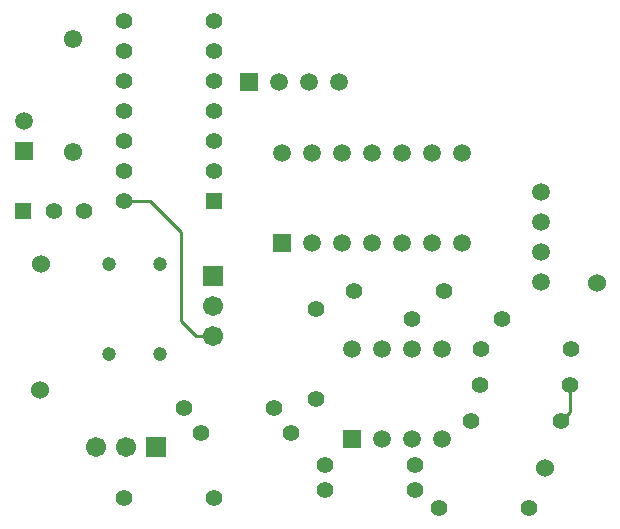
<source format=gbl>
G04*
G04 #@! TF.GenerationSoftware,Altium Limited,Altium Designer,19.1.8 (144)*
G04*
G04 Layer_Physical_Order=2*
G04 Layer_Color=16711680*
%FSLAX23Y23*%
%MOIN*%
G70*
G01*
G75*
%ADD13C,0.010*%
%ADD26C,0.056*%
%ADD27R,0.056X0.056*%
%ADD32C,0.060*%
%ADD33C,0.055*%
%ADD34C,0.061*%
%ADD35C,0.059*%
%ADD36R,0.059X0.059*%
%ADD37C,0.047*%
%ADD38R,0.055X0.055*%
%ADD39R,0.059X0.059*%
%ADD40C,0.067*%
%ADD41R,0.067X0.067*%
%ADD42R,0.067X0.067*%
D13*
X2350Y3010D02*
X2435D01*
X2540Y2905D01*
Y2610D02*
Y2905D01*
Y2610D02*
X2590Y2560D01*
X2645D01*
X3805Y2275D02*
X3835Y2305D01*
Y2395D01*
D26*
X2350Y3010D02*
D03*
Y3110D02*
D03*
Y3210D02*
D03*
Y3310D02*
D03*
Y3410D02*
D03*
Y3510D02*
D03*
Y3610D02*
D03*
X2650D02*
D03*
Y3510D02*
D03*
Y3410D02*
D03*
Y3310D02*
D03*
Y3210D02*
D03*
Y3110D02*
D03*
D27*
Y3010D02*
D03*
D32*
X2073Y2800D02*
D03*
X2070Y2380D02*
D03*
X3753Y2120D02*
D03*
X3925Y2735D02*
D03*
D33*
X2990Y2650D02*
D03*
Y2350D02*
D03*
X2217Y2975D02*
D03*
X2115D02*
D03*
X2905Y2235D02*
D03*
X2605D02*
D03*
X2850Y2320D02*
D03*
X2550D02*
D03*
X3610Y2615D02*
D03*
X3310D02*
D03*
X3835Y2395D02*
D03*
X3535D02*
D03*
X3840Y2515D02*
D03*
X3540D02*
D03*
X3020Y2130D02*
D03*
X3320D02*
D03*
X2650Y2020D02*
D03*
X2350D02*
D03*
X3415Y2710D02*
D03*
X3115D02*
D03*
X3805Y2275D02*
D03*
X3505D02*
D03*
X3320Y2045D02*
D03*
X3020D02*
D03*
X3700Y1985D02*
D03*
X3400D02*
D03*
D34*
X2180Y3172D02*
D03*
Y3548D02*
D03*
D35*
X3410Y2515D02*
D03*
X3310D02*
D03*
X3210D02*
D03*
X3110D02*
D03*
X3410Y2215D02*
D03*
X3310D02*
D03*
X3210D02*
D03*
X2975Y2870D02*
D03*
X3075D02*
D03*
X3175D02*
D03*
X3275D02*
D03*
X3375D02*
D03*
X3475D02*
D03*
X2875Y3170D02*
D03*
X2975D02*
D03*
X3075D02*
D03*
X3175D02*
D03*
X3275D02*
D03*
X3375D02*
D03*
X3475D02*
D03*
X2015Y3275D02*
D03*
X2865Y3405D02*
D03*
X2965D02*
D03*
X3065D02*
D03*
X3740Y2940D02*
D03*
Y2840D02*
D03*
Y2740D02*
D03*
Y3040D02*
D03*
D36*
X3110Y2215D02*
D03*
X2875Y2870D02*
D03*
X2015Y3175D02*
D03*
D37*
X2470Y2800D02*
D03*
Y2500D02*
D03*
X2300D02*
D03*
Y2800D02*
D03*
D38*
X2013Y2975D02*
D03*
D39*
X2765Y3405D02*
D03*
D40*
X2255Y2190D02*
D03*
X2355D02*
D03*
X2645Y2660D02*
D03*
Y2560D02*
D03*
D41*
X2455Y2190D02*
D03*
D42*
X2645Y2760D02*
D03*
M02*

</source>
